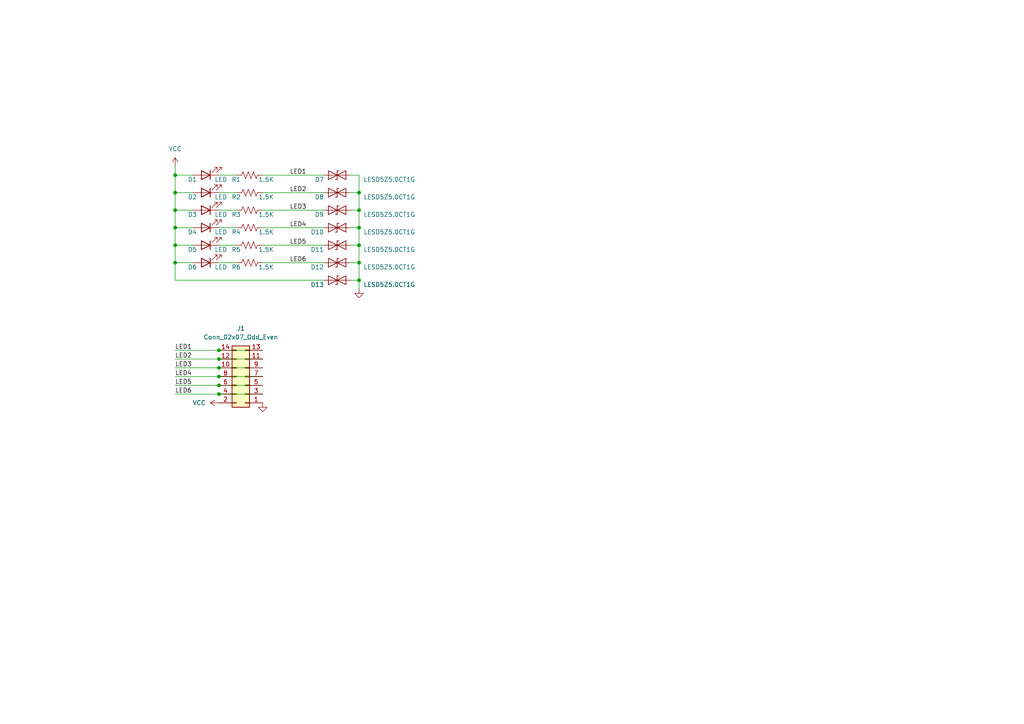
<source format=kicad_sch>
(kicad_sch (version 20211123) (generator eeschema)
  (paper "A4")
  (title_block (title "#0102"))
  (lib_symbols
    (symbol "Connector_Generic:Conn_02x07_Odd_Even" (pin_names (offset 1.016) hide)
      (property "Reference" "J" (at 1.27 10.16 0))
      (property "Value" "Conn_02x07_Odd_Even" (at 1.27 -10.16 0))
      (symbol "Conn_02x07_Odd_Even_1_1"
        (rectangle (start -1.27 -7.493) (end 0 -7.747) (stroke (width 0.1524)))
        (rectangle (start -1.27 -4.953) (end 0 -5.207) (stroke (width 0.1524)))
        (rectangle (start -1.27 -2.413) (end 0 -2.667) (stroke (width 0.1524)))
        (rectangle (start -1.27 0.127) (end 0 -0.127) (stroke (width 0.1524)))
        (rectangle (start -1.27 2.667) (end 0 2.413) (stroke (width 0.1524)))
        (rectangle (start -1.27 5.207) (end 0 4.953) (stroke (width 0.1524)))
        (rectangle (start -1.27 7.747) (end 0 7.493) (stroke (width 0.1524)))
        (rectangle (start -1.27 8.89) (end 3.81 -8.89) (stroke (width 0.254)) (fill (type background)))
        (rectangle (start 3.81 -7.493) (end 2.54 -7.747) (stroke (width 0.1524)))
        (rectangle (start 3.81 -4.953) (end 2.54 -5.207) (stroke (width 0.1524)))
        (rectangle (start 3.81 -2.413) (end 2.54 -2.667) (stroke (width 0.1524)))
        (rectangle (start 3.81 0.127) (end 2.54 -0.127) (stroke (width 0.1524)))
        (rectangle (start 3.81 2.667) (end 2.54 2.413) (stroke (width 0.1524)))
        (rectangle (start 3.81 5.207) (end 2.54 4.953) (stroke (width 0.1524)))
        (rectangle (start 3.81 7.747) (end 2.54 7.493) (stroke (width 0.1524)))
        (pin passive line (at -5.08 7.62 0) (length 3.81) (name "Pin_1") (number "1"))
        (pin passive line (at 7.62 -2.54 180) (length 3.81) (name "Pin_10") (number "10"))
        (pin passive line (at -5.08 -5.08 0) (length 3.81) (name "Pin_11") (number "11"))
        (pin passive line (at 7.62 -5.08 180) (length 3.81) (name "Pin_12") (number "12"))
        (pin passive line (at -5.08 -7.62 0) (length 3.81) (name "Pin_13") (number "13"))
        (pin passive line (at 7.62 -7.62 180) (length 3.81) (name "Pin_14") (number "14"))
        (pin passive line (at 7.62 7.62 180) (length 3.81) (name "Pin_2") (number "2"))
        (pin passive line (at -5.08 5.08 0) (length 3.81) (name "Pin_3") (number "3"))
        (pin passive line (at 7.62 5.08 180) (length 3.81) (name "Pin_4") (number "4"))
        (pin passive line (at -5.08 2.54 0) (length 3.81) (name "Pin_5") (number "5"))
        (pin passive line (at 7.62 2.54 180) (length 3.81) (name "Pin_6") (number "6"))
        (pin passive line (at -5.08 0 0) (length 3.81) (name "Pin_7") (number "7"))
        (pin passive line (at 7.62 0 180) (length 3.81) (name "Pin_8") (number "8"))
        (pin passive line (at -5.08 -2.54 0) (length 3.81) (name "Pin_9") (number "9"))
      )
    )
    (symbol "Device:LED" (pin_numbers hide) (pin_names (offset 1.016) hide)
      (property "Reference" "D" (at 0 2.54 0))
      (property "Value" "LED" (at 0 -2.54 0))
      (symbol "LED_0_1"
        (polyline (pts (xy -1.27 -1.27) (xy -1.27 1.27)) (stroke (width 0.254)))
        (polyline (pts (xy -1.27 0) (xy 1.27 0)))
        (polyline (pts (xy 1.27 -1.27) (xy 1.27 1.27) (xy -1.27 0) (xy 1.27 -1.27)) (stroke (width 0.254)))
        (polyline (pts (xy -3.048 -0.762) (xy -4.572 -2.286) (xy -3.81 -2.286) (xy -4.572 -2.286) (xy -4.572 -1.524)))
        (polyline (pts (xy -1.778 -0.762) (xy -3.302 -2.286) (xy -2.54 -2.286) (xy -3.302 -2.286) (xy -3.302 -1.524)))
      )
      (symbol "LED_1_1"
        (pin passive line (at -3.81 0 0) (length 2.54) (name "K") (number "1"))
        (pin passive line (at 3.81 0 180) (length 2.54) (name "A") (number "2"))
      )
    )
    (symbol "Device:R_US" (pin_numbers hide) (pin_names (offset 0))
      (property "Reference" "R" (at 2.54 0 90))
      (property "Value" "R_US" (at -2.54 0 90))
      (symbol "R_US_0_1"
        (polyline (pts (xy 0 -2.286) (xy 0 -2.54)))
        (polyline (pts (xy 0 2.286) (xy 0 2.54)))
        (polyline (pts (xy 0 -0.762) (xy 1.016 -1.143) (xy 0 -1.524) (xy -1.016 -1.905) (xy 0 -2.286)))
        (polyline (pts (xy 0 0.762) (xy 1.016 0.381) (xy 0 0) (xy -1.016 -0.381) (xy 0 -0.762)))
        (polyline (pts (xy 0 2.286) (xy 1.016 1.905) (xy 0 1.524) (xy -1.016 1.143) (xy 0 0.762)))
      )
      (symbol "R_US_1_1"
        (pin passive line (at 0 3.81 270) (length 1.27) (name "~") (number "1"))
        (pin passive line (at 0 -3.81 90) (length 1.27) (name "~") (number "2"))
      )
    )
    (symbol "Diode:ESD9B5.0ST5G" (pin_numbers hide) (pin_names (offset 1.016) hide)
      (property "Reference" "D" (at 0 2.54 0))
      (property "Value" "ESD9B5.0ST5G" (at 0 -2.54 0))
      (symbol "ESD9B5.0ST5G_0_1"
        (polyline (pts (xy 1.27 0) (xy -1.27 0)))
        (polyline (pts (xy -2.54 -1.27) (xy 0 0) (xy -2.54 1.27) (xy -2.54 -1.27)) (stroke (width 0.2032)))
        (polyline (pts (xy 0.508 1.27) (xy 0 1.27) (xy 0 -1.27) (xy -0.508 -1.27)) (stroke (width 0.2032)))
        (polyline (pts (xy 2.54 1.27) (xy 2.54 -1.27) (xy 0 0) (xy 2.54 1.27)) (stroke (width 0.2032)))
      )
      (symbol "ESD9B5.0ST5G_1_1"
        (pin passive line (at -3.81 0 0) (length 2.54) (name "A1") (number "1"))
        (pin passive line (at 3.81 0 180) (length 2.54) (name "A2") (number "2"))
      )
    )
    (symbol "power:GND" (power) (pin_names (offset 0))
      (property "Value" "GND" (at 0 -3.81 0))
      (symbol "GND_0_1"
        (polyline (pts (xy 0 0) (xy 0 -1.27) (xy 1.27 -1.27) (xy 0 -2.54) (xy -1.27 -1.27) (xy 0 -1.27)))
      )
      (symbol "GND_1_1"
        (pin power_in line (at 0 0 270) (length 0) hide (name "GND") (number "1"))
      )
    )
    (symbol "power:VCC" (power) (pin_names (offset 0))
      (property "Value" "VCC" (at 0 3.81 0))
      (symbol "VCC_0_1"
        (polyline (pts (xy -0.762 1.27) (xy 0 2.54)))
        (polyline (pts (xy 0 0) (xy 0 2.54)))
        (polyline (pts (xy 0 2.54) (xy 0.762 1.27)))
      )
      (symbol "VCC_1_1"
        (pin power_in line (at 0 0 90) (length 0) hide (name "VCC") (number "1"))
      )
    )
  )
  (junction (at 63.5 106.68))
  (junction (at 104.14 55.88))
  (junction (at 104.14 66.04))
  (junction (at 63.5 109.22))
  (junction (at 63.5 111.76))
  (junction (at 50.8 71.12))
  (junction (at 50.8 66.04))
  (junction (at 63.5 114.3))
  (junction (at 50.8 55.88))
  (junction (at 104.14 81.28))
  (junction (at 104.14 71.12))
  (junction (at 104.14 60.96))
  (junction (at 104.14 76.2))
  (junction (at 63.5 104.14))
  (junction (at 50.8 50.8))
  (junction (at 50.8 60.96))
  (junction (at 63.5 101.6))
  (junction (at 50.8 76.2))
  (wire (pts (xy 63.5 76.2) (xy 68.58 76.2)))
  (wire (pts (xy 104.14 76.2) (xy 104.14 81.28)))
  (wire (pts (xy 50.8 81.28) (xy 93.98 81.28)))
  (wire (pts (xy 101.6 81.28) (xy 104.14 81.28)))
  (wire (pts (xy 50.8 66.04) (xy 55.88 66.04)))
  (wire (pts (xy 76.2 71.12) (xy 93.98 71.12)))
  (wire (pts (xy 63.5 60.96) (xy 68.58 60.96)))
  (wire (pts (xy 63.5 71.12) (xy 68.58 71.12)))
  (wire (pts (xy 50.8 55.88) (xy 50.8 60.96)))
  (wire (pts (xy 50.8 50.8) (xy 55.88 50.8)))
  (wire (pts (xy 50.8 71.12) (xy 55.88 71.12)))
  (wire (pts (xy 104.14 60.96) (xy 104.14 55.88)))
  (wire (pts (xy 50.8 106.68) (xy 63.5 106.68)))
  (wire (pts (xy 63.5 55.88) (xy 68.58 55.88)))
  (wire (pts (xy 50.8 76.2) (xy 55.88 76.2)))
  (wire (pts (xy 50.8 66.04) (xy 50.8 71.12)))
  (wire (pts (xy 104.14 55.88) (xy 104.14 50.8)))
  (wire (pts (xy 63.5 106.68) (xy 76.2 106.68)))
  (wire (pts (xy 63.5 104.14) (xy 76.2 104.14)))
  (wire (pts (xy 76.2 50.8) (xy 93.98 50.8)))
  (wire (pts (xy 104.14 81.28) (xy 104.14 83.82)))
  (wire (pts (xy 50.8 60.96) (xy 55.88 60.96)))
  (wire (pts (xy 76.2 55.88) (xy 93.98 55.88)))
  (wire (pts (xy 76.2 60.96) (xy 93.98 60.96)))
  (wire (pts (xy 50.8 109.22) (xy 63.5 109.22)))
  (wire (pts (xy 63.5 50.8) (xy 68.58 50.8)))
  (wire (pts (xy 50.8 55.88) (xy 55.88 55.88)))
  (wire (pts (xy 104.14 71.12) (xy 104.14 66.04)))
  (wire (pts (xy 63.5 66.04) (xy 68.58 66.04)))
  (wire (pts (xy 104.14 66.04) (xy 104.14 60.96)))
  (wire (pts (xy 101.6 66.04) (xy 104.14 66.04)))
  (wire (pts (xy 76.2 76.2) (xy 93.98 76.2)))
  (wire (pts (xy 101.6 71.12) (xy 104.14 71.12)))
  (wire (pts (xy 50.8 60.96) (xy 50.8 66.04)))
  (wire (pts (xy 104.14 50.8) (xy 101.6 50.8)))
  (wire (pts (xy 50.8 101.6) (xy 63.5 101.6)))
  (wire (pts (xy 50.8 71.12) (xy 50.8 76.2)))
  (wire (pts (xy 101.6 55.88) (xy 104.14 55.88)))
  (wire (pts (xy 50.8 50.8) (xy 50.8 55.88)))
  (wire (pts (xy 76.2 66.04) (xy 93.98 66.04)))
  (wire (pts (xy 63.5 111.76) (xy 76.2 111.76)))
  (wire (pts (xy 63.5 114.3) (xy 76.2 114.3)))
  (wire (pts (xy 50.8 48.26) (xy 50.8 50.8)))
  (wire (pts (xy 50.8 104.14) (xy 63.5 104.14)))
  (wire (pts (xy 50.8 111.76) (xy 63.5 111.76)))
  (wire (pts (xy 63.5 109.22) (xy 76.2 109.22)))
  (wire (pts (xy 104.14 76.2) (xy 104.14 71.12)))
  (wire (pts (xy 101.6 76.2) (xy 104.14 76.2)))
  (wire (pts (xy 50.8 114.3) (xy 63.5 114.3)))
  (wire (pts (xy 50.8 76.2) (xy 50.8 81.28)))
  (wire (pts (xy 63.5 101.6) (xy 76.2 101.6)))
  (wire (pts (xy 101.6 60.96) (xy 104.14 60.96)))
  (label "LED6" (at 50.8 114.3 0))
  (label "LED3" (at 88.9 60.96 180))
  (label "LED1" (at 50.8 101.6 0))
  (label "LED5" (at 88.9 71.12 180))
  (label "LED4" (at 88.9 66.04 180))
  (label "LED4" (at 50.8 109.22 0))
  (label "LED1" (at 88.9 50.8 180))
  (label "LED2" (at 50.8 104.14 0))
  (label "LED5" (at 50.8 111.76 0))
  (label "LED6" (at 88.9 76.2 180))
  (label "LED2" (at 88.9 55.88 180))
  (label "LED3" (at 50.8 106.68 0))
  (symbol (lib_id "Device:R_US") (at 72.39 66.04 90) (unit 1)
    (property "Reference" "R4" (at 69.85 67.31 90) (effects (justify left)))
    (property "Value" "1.5K" (at 74.93 67.31 90) (effects (justify right)))
    (property "Footprint" "Resistor_SMD:R_0402_1005Metric" (effects hide))
    (property "Manufacturer" "UniOhm" (effects hide))
    (property "PartNumber" "C25867" (effects hide))
    (property "Supplier" "JLC" (effects hide))
  )
  (symbol (lib_id "Diode:ESD9B5.0ST5G") (at 97.79 66.04 0) (unit 1)
    (property "Reference" "D10" (at 93.98 67.31 0) (effects (justify right)))
    (property "Value" "LESD5Z5.0CT1G" (at 105.41 67.31 0) (effects (justify left)))
    (property "Footprint" "Diode_SMD:D_SOD-523" (effects hide))
    (property "Datasheet" "https://www.onsemi.com/pub/Collateral/ESD9B-D.PDF" (effects hide))
    (property "Manufacturer" "LRC" (effects hide))
    (property "PartNumber" "C136167" (effects hide))
    (property "Supplier" "JLC-EXT" (effects hide))
  )
  (symbol (lib_id "power:GND") (at 104.14 83.82 0) (unit 1)
    (property "Reference" "#PWR03" (effects hide))
    (property "Value" "GND" (effects hide))
  )
  (symbol (lib_id "Diode:ESD9B5.0ST5G") (at 97.79 50.8 0) (unit 1)
    (property "Reference" "D7" (at 93.98 52.07 0) (effects (justify right)))
    (property "Value" "LESD5Z5.0CT1G" (at 105.41 52.07 0) (effects (justify left)))
    (property "Footprint" "Diode_SMD:D_SOD-523" (effects hide))
    (property "Datasheet" "https://www.onsemi.com/pub/Collateral/ESD9B-D.PDF" (effects hide))
    (property "Manufacturer" "LRC" (effects hide))
    (property "PartNumber" "C136167" (effects hide))
    (property "Supplier" "JLC-EXT" (effects hide))
  )
  (symbol (lib_id "Diode:ESD9B5.0ST5G") (at 97.79 71.12 0) (unit 1)
    (property "Reference" "D11" (at 93.98 72.39 0) (effects (justify right)))
    (property "Value" "LESD5Z5.0CT1G" (at 105.41 72.39 0) (effects (justify left)))
    (property "Footprint" "Diode_SMD:D_SOD-523" (effects hide))
    (property "Datasheet" "https://www.onsemi.com/pub/Collateral/ESD9B-D.PDF" (effects hide))
    (property "Manufacturer" "LRC" (effects hide))
    (property "PartNumber" "C136167" (effects hide))
    (property "Supplier" "JLC-EXT" (effects hide))
  )
  (symbol (lib_id "power:GND") (at 76.2 116.84 0) (unit 1)
    (property "Reference" "#PWR02" (effects hide))
    (property "Value" "GND" (effects hide))
  )
  (symbol (lib_id "power:VCC") (at 50.8 48.26 0) (mirror y) (unit 1)
    (property "Reference" "#PWR0101" (effects hide))
    (property "Value" "VCC" (at 50.8 43.18 0))
  )
  (symbol (lib_id "Device:LED") (at 59.69 60.96 180) (unit 1)
    (property "Reference" "D3" (at 57.15 62.23 0) (effects (justify left)))
    (property "Value" "LED" (at 62.23 62.23 0) (effects (justify right)))
    (property "Footprint" "LED_SMD:LED_0603_1608Metric" (effects hide))
    (property "Manufacturer" "EVERLIGHT" (effects hide))
    (property "PartNumber" "C72041" (effects hide))
    (property "Supplier" "JLC" (effects hide))
  )
  (symbol (lib_id "Device:LED") (at 59.69 50.8 180) (unit 1)
    (property "Reference" "D1" (at 57.15 52.07 0) (effects (justify left)))
    (property "Value" "LED" (at 62.23 52.07 0) (effects (justify right)))
    (property "Footprint" "LED_SMD:LED_0603_1608Metric" (effects hide))
    (property "Manufacturer" "EVERLIGHT" (effects hide))
    (property "PartNumber" "C72041" (effects hide))
    (property "Supplier" "JLC" (effects hide))
  )
  (symbol (lib_id "Device:LED") (at 59.69 66.04 180) (unit 1)
    (property "Reference" "D4" (at 57.15 67.31 0) (effects (justify left)))
    (property "Value" "LED" (at 62.23 67.31 0) (effects (justify right)))
    (property "Footprint" "LED_SMD:LED_0603_1608Metric" (effects hide))
    (property "Manufacturer" "EVERLIGHT" (effects hide))
    (property "PartNumber" "C72041" (effects hide))
    (property "Supplier" "JLC" (effects hide))
  )
  (symbol (lib_id "Diode:ESD9B5.0ST5G") (at 97.79 60.96 0) (unit 1)
    (property "Reference" "D9" (at 93.98 62.23 0) (effects (justify right)))
    (property "Value" "LESD5Z5.0CT1G" (at 105.41 62.23 0) (effects (justify left)))
    (property "Footprint" "Diode_SMD:D_SOD-523" (effects hide))
    (property "Datasheet" "https://www.onsemi.com/pub/Collateral/ESD9B-D.PDF" (effects hide))
    (property "Manufacturer" "LRC" (effects hide))
    (property "PartNumber" "C136167" (effects hide))
    (property "Supplier" "JLC-EXT" (effects hide))
  )
  (symbol (lib_id "power:VCC") (at 63.5 116.84 90) (unit 1)
    (property "Reference" "#PWR01" (effects hide))
    (property "Value" "VCC" (at 59.69 116.84 90) (effects (justify left)))
  )
  (symbol (lib_id "Device:LED") (at 59.69 55.88 180) (unit 1)
    (property "Reference" "D2" (at 57.15 57.15 0) (effects (justify left)))
    (property "Value" "LED" (at 62.23 57.15 0) (effects (justify right)))
    (property "Footprint" "LED_SMD:LED_0603_1608Metric" (effects hide))
    (property "Manufacturer" "EVERLIGHT" (effects hide))
    (property "PartNumber" "C72041" (effects hide))
    (property "Supplier" "JLC" (effects hide))
  )
  (symbol (lib_id "Device:LED") (at 59.69 76.2 180) (unit 1)
    (property "Reference" "D6" (at 57.15 77.47 0) (effects (justify left)))
    (property "Value" "LED" (at 62.23 77.47 0) (effects (justify right)))
    (property "Footprint" "LED_SMD:LED_0603_1608Metric" (effects hide))
    (property "Manufacturer" "EVERLIGHT" (effects hide))
    (property "PartNumber" "C72041" (effects hide))
    (property "Supplier" "JLC" (effects hide))
  )
  (symbol (lib_id "Device:R_US") (at 72.39 50.8 90) (unit 1)
    (property "Reference" "R1" (at 69.85 52.07 90) (effects (justify left)))
    (property "Value" "1.5K" (at 74.93 52.07 90) (effects (justify right)))
    (property "Footprint" "Resistor_SMD:R_0402_1005Metric" (effects hide))
    (property "Manufacturer" "UniOhm" (effects hide))
    (property "PartNumber" "C25867" (effects hide))
    (property "Supplier" "JLC" (effects hide))
  )
  (symbol (lib_id "Device:R_US") (at 72.39 55.88 90) (unit 1)
    (property "Reference" "R2" (at 69.85 57.15 90) (effects (justify left)))
    (property "Value" "1.5K" (at 74.93 57.15 90) (effects (justify right)))
    (property "Footprint" "Resistor_SMD:R_0402_1005Metric" (effects hide))
    (property "Manufacturer" "UniOhm" (effects hide))
    (property "PartNumber" "C25867" (effects hide))
    (property "Supplier" "JLC" (effects hide))
  )
  (symbol (lib_id "Diode:ESD9B5.0ST5G") (at 97.79 81.28 0) (unit 1)
    (property "Reference" "D13" (at 93.98 82.55 0) (effects (justify right)))
    (property "Value" "LESD5Z5.0CT1G" (at 105.41 82.55 0) (effects (justify left)))
    (property "Footprint" "Diode_SMD:D_SOD-523" (effects hide))
    (property "Datasheet" "https://www.onsemi.com/pub/Collateral/ESD9B-D.PDF" (effects hide))
    (property "Manufacturer" "LRC" (effects hide))
    (property "PartNumber" "C136167" (effects hide))
    (property "Supplier" "JLC-EXT" (effects hide))
  )
  (symbol (lib_id "Device:R_US") (at 72.39 60.96 90) (unit 1)
    (property "Reference" "R3" (at 69.85 62.23 90) (effects (justify left)))
    (property "Value" "1.5K" (at 74.93 62.23 90) (effects (justify right)))
    (property "Footprint" "Resistor_SMD:R_0402_1005Metric" (effects hide))
    (property "Manufacturer" "UniOhm" (effects hide))
    (property "PartNumber" "C25867" (effects hide))
    (property "Supplier" "JLC" (effects hide))
  )
  (symbol (lib_id "Diode:ESD9B5.0ST5G") (at 97.79 76.2 0) (unit 1)
    (property "Reference" "D12" (at 93.98 77.47 0) (effects (justify right)))
    (property "Value" "LESD5Z5.0CT1G" (at 105.41 77.47 0) (effects (justify left)))
    (property "Footprint" "Diode_SMD:D_SOD-523" (effects hide))
    (property "Datasheet" "https://www.onsemi.com/pub/Collateral/ESD9B-D.PDF" (effects hide))
    (property "Manufacturer" "LRC" (effects hide))
    (property "PartNumber" "C136167" (effects hide))
    (property "Supplier" "JLC-EXT" (effects hide))
  )
  (symbol (lib_id "Device:R_US") (at 72.39 71.12 90) (unit 1)
    (property "Reference" "R5" (at 69.85 72.39 90) (effects (justify left)))
    (property "Value" "1.5K" (at 74.93 72.39 90) (effects (justify right)))
    (property "Footprint" "Resistor_SMD:R_0402_1005Metric" (effects hide))
    (property "Manufacturer" "UniOhm" (effects hide))
    (property "PartNumber" "C25867" (effects hide))
    (property "Supplier" "JLC" (effects hide))
  )
  (symbol (lib_id "Diode:ESD9B5.0ST5G") (at 97.79 55.88 0) (unit 1)
    (property "Reference" "D8" (at 93.98 57.15 0) (effects (justify right)))
    (property "Value" "LESD5Z5.0CT1G" (at 105.41 57.15 0) (effects (justify left)))
    (property "Footprint" "Diode_SMD:D_SOD-523" (effects hide))
    (property "Datasheet" "https://www.onsemi.com/pub/Collateral/ESD9B-D.PDF" (effects hide))
    (property "Manufacturer" "LRC" (effects hide))
    (property "PartNumber" "C136167" (effects hide))
    (property "Supplier" "JLC-EXT" (effects hide))
  )
  (symbol (lib_id "Device:LED") (at 59.69 71.12 180) (unit 1)
    (property "Reference" "D5" (at 57.15 72.39 0) (effects (justify left)))
    (property "Value" "LED" (at 62.23 72.39 0) (effects (justify right)))
    (property "Footprint" "LED_SMD:LED_0603_1608Metric" (effects hide))
    (property "Manufacturer" "EVERLIGHT" (effects hide))
    (property "PartNumber" "C72041" (effects hide))
    (property "Supplier" "JLC" (effects hide))
  )
  (symbol (lib_id "Connector_Generic:Conn_02x07_Odd_Even") (at 71.12 109.22 180) (unit 1)
    (property "Reference" "J1" (at 69.85 95.25 0))
    (property "Value" "Conn_02x07_Odd_Even" (at 69.85 97.79 0))
    (property "Footprint" "Connector_PinHeader_2.54mm:PinHeader_2x07_P2.54mm_Vertical" (effects hide))
  )
  (symbol (lib_id "Device:R_US") (at 72.39 76.2 90) (unit 1)
    (property "Reference" "R6" (at 69.85 77.47 90) (effects (justify left)))
    (property "Value" "1.5K" (at 74.93 77.47 90) (effects (justify right)))
    (property "Footprint" "Resistor_SMD:R_0402_1005Metric" (effects hide))
    (property "Manufacturer" "UniOhm" (effects hide))
    (property "PartNumber" "C25867" (effects hide))
    (property "Supplier" "JLC" (effects hide))
  )
)
</source>
